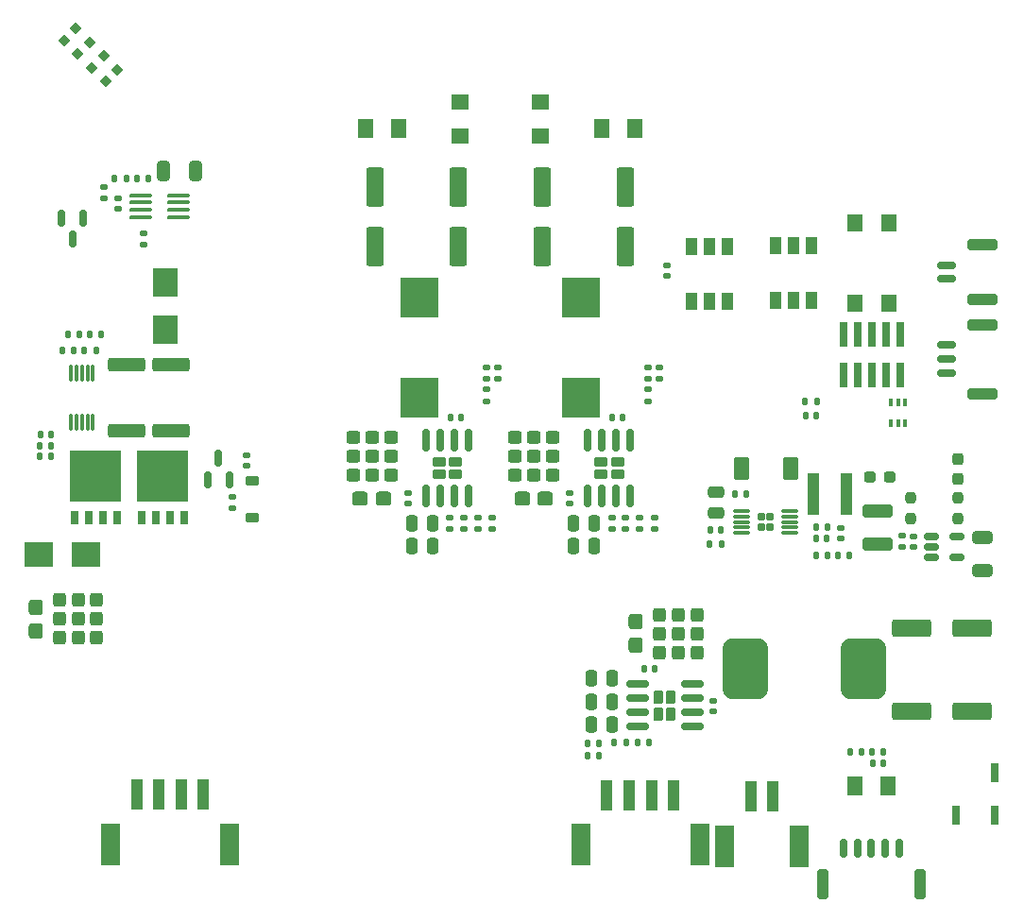
<source format=gbr>
%TF.GenerationSoftware,KiCad,Pcbnew,8.0.7*%
%TF.CreationDate,2025-04-05T22:12:11-04:00*%
%TF.ProjectId,power,706f7765-722e-46b6-9963-61645f706362,1.1*%
%TF.SameCoordinates,Original*%
%TF.FileFunction,Paste,Top*%
%TF.FilePolarity,Positive*%
%FSLAX46Y46*%
G04 Gerber Fmt 4.6, Leading zero omitted, Abs format (unit mm)*
G04 Created by KiCad (PCBNEW 8.0.7) date 2025-04-05 22:12:11*
%MOMM*%
%LPD*%
G01*
G04 APERTURE LIST*
G04 Aperture macros list*
%AMRoundRect*
0 Rectangle with rounded corners*
0 $1 Rounding radius*
0 $2 $3 $4 $5 $6 $7 $8 $9 X,Y pos of 4 corners*
0 Add a 4 corners polygon primitive as box body*
4,1,4,$2,$3,$4,$5,$6,$7,$8,$9,$2,$3,0*
0 Add four circle primitives for the rounded corners*
1,1,$1+$1,$2,$3*
1,1,$1+$1,$4,$5*
1,1,$1+$1,$6,$7*
1,1,$1+$1,$8,$9*
0 Add four rect primitives between the rounded corners*
20,1,$1+$1,$2,$3,$4,$5,0*
20,1,$1+$1,$4,$5,$6,$7,0*
20,1,$1+$1,$6,$7,$8,$9,0*
20,1,$1+$1,$8,$9,$2,$3,0*%
%AMRotRect*
0 Rectangle, with rotation*
0 The origin of the aperture is its center*
0 $1 length*
0 $2 width*
0 $3 Rotation angle, in degrees counterclockwise*
0 Add horizontal line*
21,1,$1,$2,0,0,$3*%
G04 Aperture macros list end*
%ADD10R,0.650000X1.150000*%
%ADD11R,4.600000X4.650000*%
%ADD12R,1.000000X2.700000*%
%ADD13R,1.800000X3.800000*%
%ADD14RoundRect,0.230000X0.375000X-0.230000X0.375000X0.230000X-0.375000X0.230000X-0.375000X-0.230000X0*%
%ADD15RoundRect,0.150000X0.150000X-0.825000X0.150000X0.825000X-0.150000X0.825000X-0.150000X-0.825000X0*%
%ADD16RoundRect,0.250000X0.550000X-1.500000X0.550000X1.500000X-0.550000X1.500000X-0.550000X-1.500000X0*%
%ADD17RoundRect,0.140000X-0.170000X0.140000X-0.170000X-0.140000X0.170000X-0.140000X0.170000X0.140000X0*%
%ADD18RoundRect,0.150000X0.700000X-0.150000X0.700000X0.150000X-0.700000X0.150000X-0.700000X-0.150000X0*%
%ADD19RoundRect,0.250000X1.100000X-0.250000X1.100000X0.250000X-1.100000X0.250000X-1.100000X-0.250000X0*%
%ADD20RoundRect,0.250000X-1.500000X-0.550000X1.500000X-0.550000X1.500000X0.550000X-1.500000X0.550000X0*%
%ADD21RoundRect,0.250000X0.450000X0.800000X-0.450000X0.800000X-0.450000X-0.800000X0.450000X-0.800000X0*%
%ADD22RoundRect,0.135000X0.185000X-0.135000X0.185000X0.135000X-0.185000X0.135000X-0.185000X-0.135000X0*%
%ADD23RoundRect,0.135000X0.135000X0.185000X-0.135000X0.185000X-0.135000X-0.185000X0.135000X-0.185000X0*%
%ADD24RoundRect,0.135000X-0.135000X-0.185000X0.135000X-0.185000X0.135000X0.185000X-0.135000X0.185000X0*%
%ADD25RoundRect,0.250000X-1.425000X0.362500X-1.425000X-0.362500X1.425000X-0.362500X1.425000X0.362500X0*%
%ADD26R,3.500000X3.550000*%
%ADD27RoundRect,0.250001X-0.462499X-0.624999X0.462499X-0.624999X0.462499X0.624999X-0.462499X0.624999X0*%
%ADD28RoundRect,0.250000X0.475000X-0.250000X0.475000X0.250000X-0.475000X0.250000X-0.475000X-0.250000X0*%
%ADD29RoundRect,0.140000X0.170000X-0.140000X0.170000X0.140000X-0.170000X0.140000X-0.170000X-0.140000X0*%
%ADD30RoundRect,0.100000X0.100000X-0.225000X0.100000X0.225000X-0.100000X0.225000X-0.100000X-0.225000X0*%
%ADD31R,0.800000X2.200000*%
%ADD32R,1.600000X1.400000*%
%ADD33RoundRect,0.237500X-0.237500X0.250000X-0.237500X-0.250000X0.237500X-0.250000X0.237500X0.250000X0*%
%ADD34RoundRect,0.157500X-0.157500X-0.222500X0.157500X-0.222500X0.157500X0.222500X-0.157500X0.222500X0*%
%ADD35RoundRect,0.075000X-0.650000X-0.075000X0.650000X-0.075000X0.650000X0.075000X-0.650000X0.075000X0*%
%ADD36RoundRect,0.140000X-0.140000X-0.170000X0.140000X-0.170000X0.140000X0.170000X-0.140000X0.170000X0*%
%ADD37RoundRect,0.250000X0.250000X0.475000X-0.250000X0.475000X-0.250000X-0.475000X0.250000X-0.475000X0*%
%ADD38RoundRect,0.300000X-0.325000X-0.300000X0.325000X-0.300000X0.325000X0.300000X-0.325000X0.300000X0*%
%ADD39RoundRect,0.317500X0.382500X0.317500X-0.382500X0.317500X-0.382500X-0.317500X0.382500X-0.317500X0*%
%ADD40RoundRect,0.140000X0.140000X0.170000X-0.140000X0.170000X-0.140000X-0.170000X0.140000X-0.170000X0*%
%ADD41RoundRect,0.100000X0.900000X0.100000X-0.900000X0.100000X-0.900000X-0.100000X0.900000X-0.100000X0*%
%ADD42RoundRect,0.150000X-0.512500X-0.150000X0.512500X-0.150000X0.512500X0.150000X-0.512500X0.150000X0*%
%ADD43RoundRect,0.250001X0.462499X0.624999X-0.462499X0.624999X-0.462499X-0.624999X0.462499X-0.624999X0*%
%ADD44R,1.100000X3.700000*%
%ADD45RoundRect,1.025000X-1.025000X-1.725000X1.025000X-1.725000X1.025000X1.725000X-1.025000X1.725000X0*%
%ADD46RoundRect,0.237500X0.237500X-0.287500X0.237500X0.287500X-0.237500X0.287500X-0.237500X-0.287500X0*%
%ADD47R,1.000000X1.500000*%
%ADD48R,0.800000X1.800000*%
%ADD49RoundRect,0.225000X-0.375000X0.225000X-0.375000X-0.225000X0.375000X-0.225000X0.375000X0.225000X0*%
%ADD50RoundRect,0.237500X0.237500X-0.250000X0.237500X0.250000X-0.237500X0.250000X-0.237500X-0.250000X0*%
%ADD51RotRect,0.800000X0.800000X225.000000*%
%ADD52R,2.500000X2.300000*%
%ADD53RoundRect,0.150000X-0.150000X0.587500X-0.150000X-0.587500X0.150000X-0.587500X0.150000X0.587500X0*%
%ADD54RoundRect,0.150000X0.150000X-0.587500X0.150000X0.587500X-0.150000X0.587500X-0.150000X-0.587500X0*%
%ADD55R,2.300000X2.500000*%
%ADD56RoundRect,0.150000X-0.150000X-0.700000X0.150000X-0.700000X0.150000X0.700000X-0.150000X0.700000X0*%
%ADD57RoundRect,0.250000X-0.250000X-1.100000X0.250000X-1.100000X0.250000X1.100000X-0.250000X1.100000X0*%
%ADD58RoundRect,0.250000X0.325000X0.650000X-0.325000X0.650000X-0.325000X-0.650000X0.325000X-0.650000X0*%
%ADD59R,1.400000X1.600000*%
%ADD60RoundRect,0.250000X-1.100000X0.325000X-1.100000X-0.325000X1.100000X-0.325000X1.100000X0.325000X0*%
%ADD61RoundRect,0.135000X-0.185000X0.135000X-0.185000X-0.135000X0.185000X-0.135000X0.185000X0.135000X0*%
%ADD62RoundRect,0.230000X-0.230000X-0.375000X0.230000X-0.375000X0.230000X0.375000X-0.230000X0.375000X0*%
%ADD63RoundRect,0.150000X-0.825000X-0.150000X0.825000X-0.150000X0.825000X0.150000X-0.825000X0.150000X0*%
%ADD64RoundRect,0.250000X-0.650000X0.325000X-0.650000X-0.325000X0.650000X-0.325000X0.650000X0.325000X0*%
%ADD65RoundRect,0.237500X-0.287500X-0.237500X0.287500X-0.237500X0.287500X0.237500X-0.287500X0.237500X0*%
%ADD66RoundRect,0.300000X-0.300000X0.325000X-0.300000X-0.325000X0.300000X-0.325000X0.300000X0.325000X0*%
%ADD67RoundRect,0.317500X0.317500X-0.382500X0.317500X0.382500X-0.317500X0.382500X-0.317500X-0.382500X0*%
%ADD68RoundRect,0.075000X-0.075000X0.650000X-0.075000X-0.650000X0.075000X-0.650000X0.075000X0.650000X0*%
G04 APERTURE END LIST*
D10*
%TO.C,Q4*%
X97595000Y-109725000D03*
X98865000Y-109725000D03*
X100135000Y-109725000D03*
X101405000Y-109725000D03*
D11*
X99500000Y-106025000D03*
%TD*%
D12*
%TO.C,J4*%
X145300000Y-134600000D03*
X147300000Y-134600000D03*
X149300000Y-134600000D03*
X151300000Y-134600000D03*
D13*
X153650000Y-139050000D03*
X142950000Y-139050000D03*
%TD*%
D14*
%TO.C,U8*%
X130250001Y-105820000D03*
X131750001Y-105820000D03*
X130250001Y-104680000D03*
X131750001Y-104680000D03*
D15*
X129095001Y-107725000D03*
X130365001Y-107725000D03*
X131635001Y-107725000D03*
X132905001Y-107725000D03*
X132905001Y-102775000D03*
X131635001Y-102775000D03*
X130365001Y-102775000D03*
X129095001Y-102775000D03*
%TD*%
D16*
%TO.C,C36*%
X132000000Y-85450000D03*
X132000000Y-80050000D03*
%TD*%
D17*
%TO.C,C38*%
X172800000Y-111370000D03*
X172800000Y-112330000D03*
%TD*%
D18*
%TO.C,SW2*%
X175750000Y-88325000D03*
X175750000Y-87075000D03*
D19*
X178950000Y-90175000D03*
X178950000Y-85225000D03*
%TD*%
D20*
%TO.C,C25*%
X172600000Y-127100000D03*
X178000000Y-127100000D03*
%TD*%
D14*
%TO.C,U7*%
X144750000Y-105820000D03*
X146250000Y-105820000D03*
X144750000Y-104680000D03*
X146250000Y-104680000D03*
D15*
X143595000Y-107725000D03*
X144865000Y-107725000D03*
X146135000Y-107725000D03*
X147405000Y-107725000D03*
X147405000Y-102775000D03*
X146135000Y-102775000D03*
X144865000Y-102775000D03*
X143595000Y-102775000D03*
%TD*%
D21*
%TO.C,D18*%
X161750000Y-105350000D03*
X157350000Y-105350000D03*
%TD*%
D22*
%TO.C,R20*%
X103800000Y-85210000D03*
X103800000Y-84190000D03*
%TD*%
D23*
%TO.C,R13*%
X97510000Y-94750000D03*
X96490000Y-94750000D03*
%TD*%
%TO.C,R38*%
X155560000Y-112100000D03*
X154540000Y-112100000D03*
%TD*%
D24*
%TO.C,R73*%
X145990000Y-129900000D03*
X147010000Y-129900000D03*
%TD*%
D25*
%TO.C,R14*%
X106250000Y-96037500D03*
X106250000Y-101962500D03*
%TD*%
D26*
%TO.C,L2*%
X143000000Y-98975000D03*
X143000000Y-90025000D03*
%TD*%
D27*
%TO.C,F2*%
X144812500Y-74800000D03*
X147787500Y-74800000D03*
%TD*%
D28*
%TO.C,C37*%
X155050000Y-109300000D03*
X155050000Y-107400000D03*
%TD*%
D29*
%TO.C,C31*%
X154800000Y-127080000D03*
X154800000Y-126120000D03*
%TD*%
D30*
%TO.C,D9*%
X170750000Y-101250000D03*
X171400000Y-101250000D03*
X172050000Y-101250000D03*
X172050000Y-99350000D03*
X171400000Y-99350000D03*
X170750000Y-99350000D03*
%TD*%
D10*
%TO.C,Q5*%
X103595000Y-109725000D03*
X104865000Y-109725000D03*
X106135000Y-109725000D03*
X107405000Y-109725000D03*
D11*
X105500000Y-106025000D03*
%TD*%
D22*
%TO.C,R27*%
X132500000Y-110760000D03*
X132500000Y-109740000D03*
%TD*%
D17*
%TO.C,C40*%
X166290000Y-110620000D03*
X166290000Y-111580000D03*
%TD*%
D29*
%TO.C,C29*%
X150000000Y-97230000D03*
X150000000Y-96270000D03*
%TD*%
D20*
%TO.C,C22*%
X172600000Y-119600000D03*
X178000000Y-119600000D03*
%TD*%
D31*
%TO.C,J1*%
X171600000Y-93260000D03*
X171600000Y-96900000D03*
X170330000Y-93260000D03*
X170330000Y-96900000D03*
X169060000Y-93260000D03*
X169060000Y-96900000D03*
X167790000Y-93260000D03*
X167790000Y-96900000D03*
X166520000Y-93260000D03*
X166520000Y-96900000D03*
%TD*%
D32*
%TO.C,SW3*%
X139350000Y-75500000D03*
X132150000Y-75500000D03*
X139350000Y-72500000D03*
X132150000Y-72500000D03*
%TD*%
D22*
%TO.C,R35*%
X134500000Y-97260000D03*
X134500000Y-96240000D03*
%TD*%
D33*
%TO.C,JP3*%
X172550000Y-107937500D03*
X172550000Y-109762500D03*
%TD*%
D34*
%TO.C,U10*%
X159160000Y-109630000D03*
X159160000Y-110570000D03*
X159940000Y-109630000D03*
X159940000Y-110570000D03*
D35*
X157400000Y-109100000D03*
X157400000Y-109600000D03*
X157400000Y-110100000D03*
X157400000Y-110600000D03*
X157400000Y-111100000D03*
X161700000Y-111100000D03*
X161700000Y-110600000D03*
X161700000Y-110100000D03*
X161700000Y-109600000D03*
X161700000Y-109100000D03*
%TD*%
D16*
%TO.C,C32*%
X139500000Y-85450000D03*
X139500000Y-80050000D03*
%TD*%
D29*
%TO.C,C27*%
X127499999Y-108480000D03*
X127499999Y-107520000D03*
%TD*%
D36*
%TO.C,C39*%
X164060000Y-111600000D03*
X165020000Y-111600000D03*
%TD*%
D37*
%TO.C,C17*%
X129700000Y-112250000D03*
X127800000Y-112250000D03*
%TD*%
%TO.C,C16*%
X144200001Y-112250000D03*
X142300001Y-112250000D03*
%TD*%
D38*
%TO.C,D15*%
X140450000Y-105885000D03*
X140450000Y-104195000D03*
X140450000Y-102535000D03*
X138750000Y-105885000D03*
X138750000Y-104195000D03*
X138750000Y-102535000D03*
X137050000Y-105885000D03*
X137050000Y-104195000D03*
X137050000Y-102535000D03*
D39*
X139790000Y-108000000D03*
X137710000Y-108000000D03*
%TD*%
D22*
%TO.C,R36*%
X134500000Y-99260000D03*
X134500000Y-98240000D03*
%TD*%
D24*
%TO.C,R1*%
X163090000Y-99300000D03*
X164110000Y-99300000D03*
%TD*%
D40*
%TO.C,C24*%
X132230001Y-100750000D03*
X131270001Y-100750000D03*
%TD*%
D22*
%TO.C,R24*%
X145750000Y-110760000D03*
X145750000Y-109740000D03*
%TD*%
D41*
%TO.C,U5*%
X106936284Y-82770000D03*
X106936284Y-82130000D03*
X106936284Y-81470000D03*
X106936284Y-80830000D03*
X103516284Y-80830000D03*
X103516284Y-81470000D03*
X103516284Y-82130000D03*
X103516284Y-82770000D03*
%TD*%
D23*
%TO.C,R11*%
X98010000Y-93250000D03*
X96990000Y-93250000D03*
%TD*%
D42*
%TO.C,U9*%
X174412500Y-111400000D03*
X174412500Y-112350000D03*
X174412500Y-113300000D03*
X176687500Y-113300000D03*
X176687500Y-111400000D03*
%TD*%
D43*
%TO.C,F1*%
X170537500Y-133750000D03*
X167562500Y-133750000D03*
%TD*%
D22*
%TO.C,R25*%
X146999999Y-110760000D03*
X146999999Y-109740000D03*
%TD*%
%TO.C,R31*%
X133750000Y-110760000D03*
X133750000Y-109740000D03*
%TD*%
D36*
%TO.C,C28*%
X169120000Y-131700000D03*
X170080000Y-131700000D03*
%TD*%
D40*
%TO.C,C12*%
X95480000Y-102250000D03*
X94520000Y-102250000D03*
%TD*%
D44*
%TO.C,L4*%
X163800000Y-107600000D03*
X166800000Y-107600000D03*
%TD*%
D45*
%TO.C,L5*%
X157700000Y-123300000D03*
X168300000Y-123300000D03*
%TD*%
D29*
%TO.C,C26*%
X142000000Y-108480000D03*
X142000000Y-107520000D03*
%TD*%
D46*
%TO.C,F4*%
X176800000Y-106225000D03*
X176800000Y-104475000D03*
%TD*%
D47*
%TO.C,U1*%
X152900000Y-90300000D03*
X154500000Y-90300000D03*
X156100000Y-90300000D03*
X156100000Y-85400000D03*
X154500000Y-85400000D03*
X152900000Y-85400000D03*
%TD*%
D23*
%TO.C,R10*%
X100010000Y-93250001D03*
X98990000Y-93250001D03*
%TD*%
D24*
%TO.C,R54*%
X143590000Y-129910000D03*
X144610000Y-129910000D03*
%TD*%
D37*
%TO.C,C18*%
X145800001Y-126200000D03*
X143900001Y-126200000D03*
%TD*%
D23*
%TO.C,R12*%
X99510000Y-94750000D03*
X98490000Y-94750000D03*
%TD*%
D18*
%TO.C,J2*%
X175750000Y-96750000D03*
X175750000Y-95500000D03*
X175750000Y-94250000D03*
D19*
X178950000Y-98600000D03*
X178950000Y-92400000D03*
%TD*%
D36*
%TO.C,C21*%
X148670000Y-123300000D03*
X149630000Y-123300000D03*
%TD*%
D24*
%TO.C,R72*%
X169090000Y-130700000D03*
X170110000Y-130700000D03*
%TD*%
%TO.C,R55*%
X143590000Y-131050000D03*
X144610000Y-131050000D03*
%TD*%
D29*
%TO.C,C14*%
X113000001Y-105080000D03*
X113000001Y-104120000D03*
%TD*%
D24*
%TO.C,R75*%
X167090000Y-130700000D03*
X168110000Y-130700000D03*
%TD*%
D48*
%TO.C,BZ1*%
X176600000Y-136350000D03*
X180100000Y-136350000D03*
X180100000Y-132550000D03*
%TD*%
D49*
%TO.C,D13*%
X113500000Y-106450000D03*
X113500000Y-109750000D03*
%TD*%
D24*
%TO.C,R37*%
X164030001Y-110600000D03*
X165050001Y-110600000D03*
%TD*%
D22*
%TO.C,R26*%
X131250000Y-110760000D03*
X131250000Y-109740000D03*
%TD*%
D36*
%TO.C,C43*%
X156820000Y-107600000D03*
X157780000Y-107600000D03*
%TD*%
D16*
%TO.C,C35*%
X147000000Y-85450000D03*
X147000000Y-80050000D03*
%TD*%
D50*
%TO.C,JP2*%
X176800000Y-109762500D03*
X176800000Y-107937500D03*
%TD*%
D51*
%TO.C,D5*%
X100369670Y-70630330D03*
X101430330Y-69569670D03*
%TD*%
D38*
%TO.C,D16*%
X125950000Y-105900000D03*
X125950000Y-104210000D03*
X125950000Y-102550000D03*
X124250000Y-105900000D03*
X124250000Y-104210000D03*
X124250000Y-102550000D03*
X122550000Y-105900000D03*
X122550000Y-104210000D03*
X122550000Y-102550000D03*
D39*
X125290000Y-108015000D03*
X123210000Y-108015000D03*
%TD*%
D23*
%TO.C,R16*%
X102221284Y-79300000D03*
X101201284Y-79300000D03*
%TD*%
D43*
%TO.C,F3*%
X126675000Y-74800000D03*
X123700000Y-74800000D03*
%TD*%
D17*
%TO.C,C10*%
X101476284Y-81070000D03*
X101476284Y-82030000D03*
%TD*%
D29*
%TO.C,C30*%
X135500000Y-97230000D03*
X135500000Y-96270000D03*
%TD*%
D22*
%TO.C,R34*%
X149000000Y-99260000D03*
X149000000Y-98240000D03*
%TD*%
D40*
%TO.C,C23*%
X146710000Y-100749999D03*
X145750000Y-100749999D03*
%TD*%
D52*
%TO.C,D12*%
X94350000Y-113000000D03*
X98650000Y-113000000D03*
%TD*%
D53*
%TO.C,Q3*%
X98350000Y-82862500D03*
X96450000Y-82862500D03*
X97400000Y-84737500D03*
%TD*%
D54*
%TO.C,Q6*%
X109550000Y-106287500D03*
X111450000Y-106287500D03*
X110500000Y-104412500D03*
%TD*%
D55*
%TO.C,D10*%
X105750000Y-88600000D03*
X105750000Y-92900000D03*
%TD*%
D22*
%TO.C,R9*%
X100226284Y-81060000D03*
X100226284Y-80040000D03*
%TD*%
D37*
%TO.C,C19*%
X144200000Y-110250000D03*
X142300000Y-110250000D03*
%TD*%
D51*
%TO.C,D2*%
X97894796Y-68155456D03*
X98955456Y-67094796D03*
%TD*%
D24*
%TO.C,R17*%
X94490000Y-104250000D03*
X95510000Y-104250000D03*
%TD*%
D22*
%TO.C,R21*%
X111750001Y-108860000D03*
X111750001Y-107840000D03*
%TD*%
D23*
%TO.C,R74*%
X149110000Y-129900000D03*
X148090000Y-129900000D03*
%TD*%
D22*
%TO.C,R33*%
X149000000Y-97259999D03*
X149000000Y-96239999D03*
%TD*%
D23*
%TO.C,R39*%
X167060000Y-113100000D03*
X166040000Y-113100000D03*
%TD*%
D56*
%TO.C,J6*%
X166500000Y-139350000D03*
X167750000Y-139350000D03*
X169000000Y-139350000D03*
X170250000Y-139350000D03*
X171500000Y-139350000D03*
D57*
X164650000Y-142550000D03*
X173350000Y-142550000D03*
%TD*%
D22*
%TO.C,R30*%
X135000000Y-110760000D03*
X135000000Y-109740000D03*
%TD*%
D58*
%TO.C,C13*%
X108475000Y-78600000D03*
X105525000Y-78600000D03*
%TD*%
D12*
%TO.C,J10*%
X158200000Y-134700000D03*
X160200000Y-134700000D03*
D13*
X162550000Y-139150000D03*
X155850000Y-139150000D03*
%TD*%
D59*
%TO.C,SW1*%
X167550000Y-90500000D03*
X167550000Y-83300000D03*
X170550000Y-90500000D03*
X170550000Y-83300000D03*
%TD*%
D60*
%TO.C,C44*%
X169550000Y-109124999D03*
X169550000Y-112074999D03*
%TD*%
D23*
%TO.C,R18*%
X95510000Y-103250000D03*
X94490000Y-103250000D03*
%TD*%
D37*
%TO.C,C15*%
X145800001Y-128289999D03*
X143900001Y-128289999D03*
%TD*%
D40*
%TO.C,C41*%
X155530000Y-110850000D03*
X154570000Y-110850000D03*
%TD*%
D61*
%TO.C,R23*%
X171800000Y-111340000D03*
X171800000Y-112360000D03*
%TD*%
D51*
%TO.C,D4*%
X99132233Y-69392893D03*
X100192893Y-68332233D03*
%TD*%
D36*
%TO.C,C11*%
X103231284Y-79300000D03*
X104191284Y-79300000D03*
%TD*%
D23*
%TO.C,R40*%
X165060000Y-113100000D03*
X164040000Y-113100000D03*
%TD*%
D62*
%TO.C,U6*%
X149930000Y-125800000D03*
X149930000Y-127300000D03*
X151070000Y-125800000D03*
X151070000Y-127300000D03*
D63*
X148025000Y-124645000D03*
X148025000Y-125915000D03*
X148025000Y-127185000D03*
X148025000Y-128455000D03*
X152975000Y-128455000D03*
X152975000Y-127185000D03*
X152975000Y-125915000D03*
X152975000Y-124645000D03*
%TD*%
D40*
%TO.C,C5*%
X164080000Y-100550000D03*
X163120000Y-100550000D03*
%TD*%
D64*
%TO.C,C42*%
X179000000Y-111525000D03*
X179000000Y-114475000D03*
%TD*%
D16*
%TO.C,C33*%
X124499999Y-85450000D03*
X124499999Y-80050000D03*
%TD*%
D26*
%TO.C,L3*%
X128500000Y-98975000D03*
X128500000Y-90025000D03*
%TD*%
D51*
%TO.C,D3*%
X96657359Y-66918019D03*
X97718019Y-65857359D03*
%TD*%
D29*
%TO.C,C6*%
X150650000Y-88080000D03*
X150650000Y-87120000D03*
%TD*%
D25*
%TO.C,R15*%
X102250000Y-96037500D03*
X102250000Y-101962500D03*
%TD*%
D37*
%TO.C,C20*%
X129700000Y-110230000D03*
X127800000Y-110230000D03*
%TD*%
D65*
%TO.C,F5*%
X168925000Y-106100000D03*
X170675000Y-106100000D03*
%TD*%
D66*
%TO.C,D1*%
X150050000Y-121800000D03*
X151740000Y-121800000D03*
X153400000Y-121800000D03*
X150050000Y-120100000D03*
X151740000Y-120100000D03*
X153400000Y-120100000D03*
X150050000Y-118400000D03*
X151740000Y-118400000D03*
X153400000Y-118400000D03*
D67*
X147935000Y-121140000D03*
X147935000Y-119060000D03*
%TD*%
D47*
%TO.C,U2*%
X160450000Y-90250000D03*
X162050000Y-90250000D03*
X163650000Y-90250000D03*
X163650000Y-85350000D03*
X162050000Y-85350000D03*
X160450000Y-85350000D03*
%TD*%
D12*
%TO.C,J9*%
X103150000Y-134550000D03*
X105150000Y-134550000D03*
X107150000Y-134550000D03*
X109150000Y-134550000D03*
D13*
X111500000Y-139000000D03*
X100800000Y-139000000D03*
%TD*%
D66*
%TO.C,D11*%
X96210000Y-120500000D03*
X97900000Y-120500000D03*
X99560000Y-120500000D03*
X96210000Y-118800000D03*
X97900000Y-118800000D03*
X99560000Y-118800000D03*
X96210000Y-117100000D03*
X97900000Y-117100000D03*
X99560000Y-117100000D03*
D67*
X94095000Y-119840000D03*
X94095000Y-117760000D03*
%TD*%
D68*
%TO.C,U4*%
X99250000Y-96800000D03*
X98750000Y-96800000D03*
X98250000Y-96800000D03*
X97750000Y-96800000D03*
X97250000Y-96800000D03*
X97250000Y-101200000D03*
X97750000Y-101200000D03*
X98250000Y-101200000D03*
X98750000Y-101200000D03*
X99250000Y-101200000D03*
%TD*%
D22*
%TO.C,R32*%
X148250000Y-110760000D03*
X148250000Y-109740000D03*
%TD*%
D37*
%TO.C,C34*%
X145800001Y-124100000D03*
X143900001Y-124100000D03*
%TD*%
D22*
%TO.C,R29*%
X149550000Y-110760000D03*
X149550000Y-109740000D03*
%TD*%
M02*

</source>
